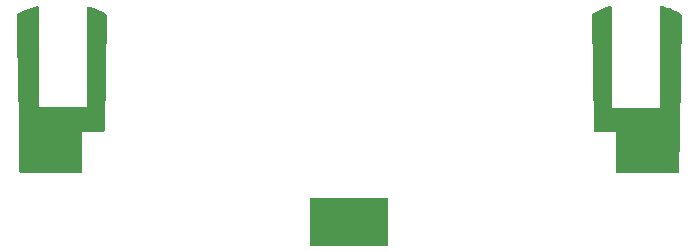
<source format=gbr>
%TF.GenerationSoftware,KiCad,Pcbnew,9.0.6-rc2*%
%TF.CreationDate,2025-12-12T00:47:49-08:00*%
%TF.ProjectId,FPC_Trigger_Board,4650435f-5472-4696-9767-65725f426f61,rev?*%
%TF.SameCoordinates,Original*%
%TF.FileFunction,Glue,Bot*%
%TF.FilePolarity,Positive*%
%FSLAX46Y46*%
G04 Gerber Fmt 4.6, Leading zero omitted, Abs format (unit mm)*
G04 Created by KiCad (PCBNEW 9.0.6-rc2) date 2025-12-12 00:47:49*
%MOMM*%
%LPD*%
G01*
G04 APERTURE LIST*
%ADD10C,0.000000*%
G04 APERTURE END LIST*
D10*
G36*
X231900000Y-146410000D02*
G01*
X225260000Y-146410000D01*
X225260000Y-142340000D01*
X231900000Y-142340000D01*
X231900000Y-146410000D01*
G37*
G36*
X202276941Y-126101805D02*
G01*
X202307902Y-126164441D01*
X202309763Y-126185844D01*
X202309763Y-134680000D01*
X206399763Y-134680000D01*
X206399763Y-126248488D01*
X206419448Y-126181449D01*
X206472252Y-126135694D01*
X206541410Y-126125750D01*
X206557692Y-126129220D01*
X206684404Y-126165267D01*
X206692502Y-126167874D01*
X207011365Y-126282745D01*
X207017426Y-126285110D01*
X207343277Y-126422206D01*
X207349485Y-126425021D01*
X207735194Y-126612879D01*
X207739022Y-126614826D01*
X207994588Y-126750442D01*
X208044579Y-126799255D01*
X208060445Y-126862140D01*
X207890148Y-136618479D01*
X207869297Y-136685165D01*
X207815702Y-136729991D01*
X207768331Y-136740296D01*
X207757960Y-136740477D01*
X207756257Y-136740495D01*
X205959760Y-136747169D01*
X205959759Y-136747170D01*
X205959745Y-136873645D01*
X205940053Y-136940682D01*
X205887244Y-136986431D01*
X205836206Y-136997630D01*
X201115821Y-137015168D01*
X201114509Y-137015166D01*
X201110427Y-137015138D01*
X201109076Y-137015121D01*
X200734508Y-137008469D01*
X200667829Y-136987598D01*
X200623019Y-136933990D01*
X200612729Y-136886688D01*
X200609638Y-136712406D01*
X200608819Y-136705384D01*
X200522744Y-131773999D01*
X200522744Y-131773998D01*
X200476037Y-129158285D01*
X200476036Y-129158235D01*
X200457879Y-128117987D01*
X200457877Y-128117889D01*
X200437071Y-126869303D01*
X200455636Y-126801945D01*
X200504841Y-126756711D01*
X200986024Y-126511982D01*
X200993922Y-126508308D01*
X201645504Y-126232638D01*
X201655251Y-126228988D01*
X202147195Y-126067994D01*
X202217032Y-126065851D01*
X202276941Y-126101805D01*
G37*
G36*
X256445702Y-136505230D02*
G01*
X256512645Y-136525238D01*
X256558145Y-136578262D01*
X256569085Y-136631392D01*
X256566917Y-136755637D01*
X256566914Y-136755817D01*
X256503077Y-140134143D01*
X256482129Y-140200798D01*
X256428470Y-140245547D01*
X256379099Y-140255800D01*
X251327332Y-140255800D01*
X251260293Y-140236115D01*
X251214538Y-140183311D01*
X251203332Y-140131567D01*
X251209690Y-136748731D01*
X251149107Y-136748651D01*
X251082094Y-136728877D01*
X251036409Y-136676012D01*
X251026558Y-136606841D01*
X251055667Y-136543324D01*
X251080576Y-136521419D01*
X251093958Y-136512514D01*
X251138691Y-136494083D01*
X251198032Y-136482395D01*
X251222593Y-136480059D01*
X256445702Y-136505230D01*
G37*
G36*
X205971743Y-136468597D02*
G01*
X206031243Y-136480432D01*
X206075942Y-136498946D01*
X206107114Y-136519774D01*
X206151919Y-136573386D01*
X206160628Y-136642711D01*
X206130473Y-136705739D01*
X206071031Y-136742458D01*
X206038685Y-136746876D01*
X205959758Y-136747169D01*
X205959397Y-140131813D01*
X205939705Y-140198851D01*
X205886896Y-140244600D01*
X205835397Y-140255800D01*
X201957549Y-140255800D01*
X200794138Y-140254434D01*
X200727122Y-140234671D01*
X200681429Y-140181813D01*
X200670304Y-140132633D01*
X200609639Y-136712416D01*
X200608819Y-136705384D01*
X200606847Y-136592378D01*
X200625359Y-136525005D01*
X200677356Y-136478336D01*
X200730828Y-136466214D01*
X205947552Y-136466214D01*
X205971743Y-136468597D01*
G37*
G36*
X255062080Y-126061852D02*
G01*
X255131120Y-126081212D01*
X255131569Y-126081339D01*
X255362210Y-126146952D01*
X255370308Y-126149559D01*
X255618048Y-126238808D01*
X255621330Y-126240043D01*
X255773876Y-126299923D01*
X255776655Y-126301053D01*
X256021083Y-126403891D01*
X256027291Y-126406706D01*
X256413000Y-126594564D01*
X256416828Y-126596511D01*
X256674055Y-126733008D01*
X256724046Y-126781821D01*
X256739912Y-126844706D01*
X256566917Y-136755638D01*
X256566914Y-136755818D01*
X256564491Y-136883993D01*
X256543543Y-136950648D01*
X256489883Y-136995397D01*
X256440349Y-137005649D01*
X251333290Y-136998896D01*
X251266277Y-136979123D01*
X251220592Y-136926258D01*
X251209454Y-136874663D01*
X251209690Y-136748732D01*
X249793017Y-136746859D01*
X249790979Y-136746839D01*
X249408253Y-136740042D01*
X249341574Y-136719171D01*
X249296764Y-136665562D01*
X249286474Y-136618226D01*
X249116012Y-126850510D01*
X249134524Y-126783137D01*
X249183779Y-126737820D01*
X249663829Y-126493667D01*
X249671728Y-126489993D01*
X250323310Y-126214323D01*
X250333057Y-126210673D01*
X250652032Y-126106285D01*
X250721869Y-126104142D01*
X250781778Y-126140096D01*
X250812739Y-126202732D01*
X250814600Y-126224135D01*
X250814600Y-134700000D01*
X254904600Y-134700000D01*
X254904600Y-126181247D01*
X254924285Y-126114208D01*
X254977089Y-126068453D01*
X255046247Y-126058509D01*
X255062080Y-126061852D01*
G37*
M02*

</source>
